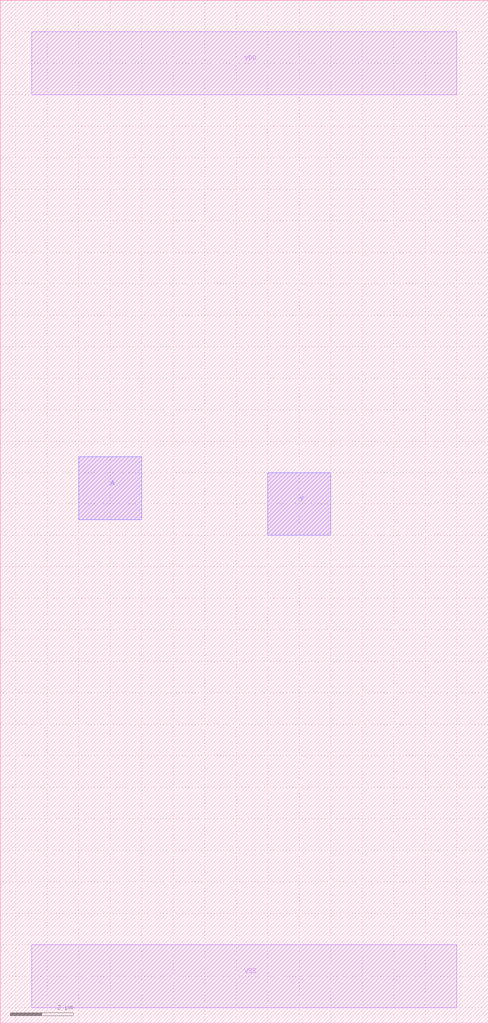
<source format=lef>
# C:/Users/akita/Documents/ttt.lef
# Created by Glade release version 4.7.35 compiled on May 19 2020 19:14:35
# Run by akita on host LAPTOP-E0CJ65QR at Wed Jun  3 17:32:22 2020

VERSION 5.6 ;
NAMESCASESENSITIVE ON ;
BUSBITCHARS "[]" ;
DIVIDERCHAR "/"  ;
UNITS
    DATABASE MICRONS 1000 ;
END UNITS

MACRO buf2
    CLASS core ;
    FOREIGN buf2 -1.500 -1.500 ;
    ORIGIN 1.500 1.500 ;
    SIZE 15.500 BY 32.500 ;
    PIN Y
        DIRECTION OUTPUT ;
        USE SIGNAL ;
        PORT
        LAYER ML2 ;
        RECT 7.000 14.000 9.000 16.000 ;
        LAYER ML1 ;
        RECT 7.000 14.000 9.000 16.000 ;
        END
    END Y
    PIN VDD
        DIRECTION INOUT ;
        USE POWER ;
        PORT
        LAYER ML1 ;
        RECT -0.500 28.000 13.000 30.000 ;
        END
    END VDD
    PIN VSS
        DIRECTION INOUT ;
        USE GROUND ;
        PORT
        LAYER ML1 ;
        RECT -0.500 -1.000 13.000 1.000 ;
        END
    END VSS
    PIN A
        DIRECTION INPUT ;
        USE SIGNAL ;
        PORT
        LAYER ML2 ;
        RECT 1.000 14.500 3.000 16.500 ;
        LAYER ML1 ;
        RECT 1.000 14.500 3.000 16.500 ;
        END
    END A
    OBS
    END
END buf2

END LIBRARY

</source>
